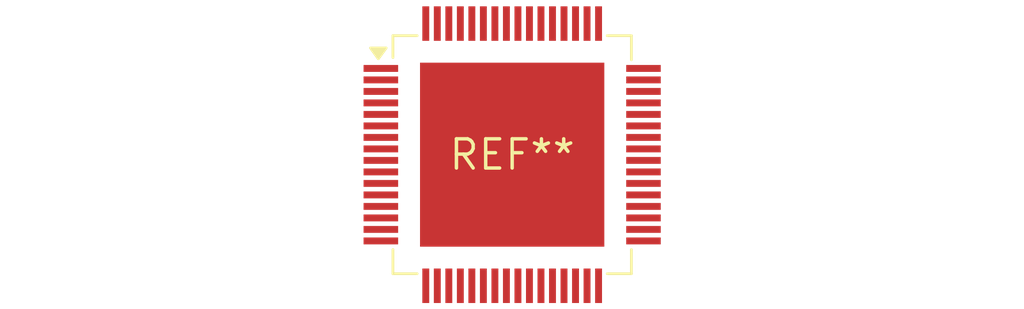
<source format=kicad_pcb>
(kicad_pcb (version 20240108) (generator pcbnew)
  (layers (0 "F.Cu" signal) (31 "B.Cu" signal) (34 "B.Paste" user) (35 "F.Paste" user) (36 "B.SilkS" user "B.Silkscreen") (37 "F.SilkS" user "F.Silkscreen") (38 "B.Mask" user) (39 "F.Mask" user) (44 "Edge.Cuts" user))
  (net 0 "")
  (footprint "HTQFP-64-1EP_10x10mm_P0.5mm_EP8x8mm" (layer "F.Cu") (at 0 0)
    (property "Reference" "REF**")
    (property "Value" "HTQFP-64-1EP_10x10mm_P0.5mm_EP8x8mm")
    (fp_line (start -5.175 -5.175) (end -5.175 -4.225) (layer "F.SilkS") (stroke (width 0.12)))
    (fp_line (start -5.175 -5.175) (end -4.125 -5.175) (layer "F.SilkS") (stroke (width 0.12)))
    (fp_line (start -5.175 5.175) (end -5.175 4.125) (layer "F.SilkS") (stroke (width 0.12)))
    (fp_line (start -5.175 5.175) (end -4.125 5.175) (layer "F.SilkS") (stroke (width 0.12)))
    (fp_line (start 5.175 -5.175) (end 4.125 -5.175) (layer "F.SilkS") (stroke (width 0.12)))
    (fp_line (start 5.175 -5.175) (end 5.175 -4.125) (layer "F.SilkS") (stroke (width 0.12)))
    (fp_line (start 5.175 5.175) (end 4.125 5.175) (layer "F.SilkS") (stroke (width 0.12)))
    (fp_line (start 5.175 5.175) (end 5.175 4.125) (layer "F.SilkS") (stroke (width 0.12)))
    (fp_poly (pts (xy -5.81 -4.17) (xy -6.15 -4.64) (xy -5.47 -4.64) (xy -5.81 -4.17)) (layer "F.SilkS") (stroke (width 0.12)) (fill solid))
    (pad "1" smd rect (at -5.7 -3.75) (size 1.5 0.3) (layers "F.Cu" "F.Paste" "F.Mask"))
    (pad "2" smd rect (at -5.7 -3.25) (size 1.5 0.3) (layers "F.Cu" "F.Paste" "F.Mask"))
    (pad "3" smd rect (at -5.7 -2.75) (size 1.5 0.3) (layers "F.Cu" "F.Paste" "F.Mask"))
    (pad "4" smd rect (at -5.7 -2.25) (size 1.5 0.3) (layers "F.Cu" "F.Paste" "F.Mask"))
    (pad "5" smd rect (at -5.7 -1.75) (size 1.5 0.3) (layers "F.Cu" "F.Paste" "F.Mask"))
    (pad "6" smd rect (at -5.7 -1.25) (size 1.5 0.3) (layers "F.Cu" "F.Paste" "F.Mask"))
    (pad "7" smd rect (at -5.7 -0.75) (size 1.5 0.3) (layers "F.Cu" "F.Paste" "F.Mask"))
    (pad "8" smd rect (at -5.7 -0.25) (size 1.5 0.3) (layers "F.Cu" "F.Paste" "F.Mask"))
    (pad "9" smd rect (at -5.7 0.25) (size 1.5 0.3) (layers "F.Cu" "F.Paste" "F.Mask"))
    (pad "10" smd rect (at -5.7 0.75) (size 1.5 0.3) (layers "F.Cu" "F.Paste" "F.Mask"))
    (pad "11" smd rect (at -5.7 1.25) (size 1.5 0.3) (layers "F.Cu" "F.Paste" "F.Mask"))
    (pad "12" smd rect (at -5.7 1.75) (size 1.5 0.3) (layers "F.Cu" "F.Paste" "F.Mask"))
    (pad "13" smd rect (at -5.7 2.25) (size 1.5 0.3) (layers "F.Cu" "F.Paste" "F.Mask"))
    (pad "14" smd rect (at -5.7 2.75) (size 1.5 0.3) (layers "F.Cu" "F.Paste" "F.Mask"))
    (pad "15" smd rect (at -5.7 3.25) (size 1.5 0.3) (layers "F.Cu" "F.Paste" "F.Mask"))
    (pad "16" smd rect (at -5.7 3.75) (size 1.5 0.3) (layers "F.Cu" "F.Paste" "F.Mask"))
    (pad "17" smd rect (at -3.75 5.7 90) (size 1.5 0.3) (layers "F.Cu" "F.Paste" "F.Mask"))
    (pad "18" smd rect (at -3.25 5.7 90) (size 1.5 0.3) (layers "F.Cu" "F.Paste" "F.Mask"))
    (pad "19" smd rect (at -2.75 5.7 90) (size 1.5 0.3) (layers "F.Cu" "F.Paste" "F.Mask"))
    (pad "20" smd rect (at -2.25 5.7 90) (size 1.5 0.3) (layers "F.Cu" "F.Paste" "F.Mask"))
    (pad "21" smd rect (at -1.75 5.7 90) (size 1.5 0.3) (layers "F.Cu" "F.Paste" "F.Mask"))
    (pad "22" smd rect (at -1.25 5.7 90) (size 1.5 0.3) (layers "F.Cu" "F.Paste" "F.Mask"))
    (pad "23" smd rect (at -0.75 5.7 90) (size 1.5 0.3) (layers "F.Cu" "F.Paste" "F.Mask"))
    (pad "24" smd rect (at -0.25 5.7 90) (size 1.5 0.3) (layers "F.Cu" "F.Paste" "F.Mask"))
    (pad "25" smd rect (at 0.25 5.7 90) (size 1.5 0.3) (layers "F.Cu" "F.Paste" "F.Mask"))
    (pad "26" smd rect (at 0.75 5.7 90) (size 1.5 0.3) (layers "F.Cu" "F.Paste" "F.Mask"))
    (pad "27" smd rect (at 1.25 5.7 90) (size 1.5 0.3) (layers "F.Cu" "F.Paste" "F.Mask"))
    (pad "28" smd rect (at 1.75 5.7 90) (size 1.5 0.3) (layers "F.Cu" "F.Paste" "F.Mask"))
    (pad "29" smd rect (at 2.25 5.7 90) (size 1.5 0.3) (layers "F.Cu" "F.Paste" "F.Mask"))
    (pad "30" smd rect (at 2.75 5.7 90) (size 1.5 0.3) (layers "F.Cu" "F.Paste" "F.Mask"))
    (pad "31" smd rect (at 3.25 5.7 90) (size 1.5 0.3) (layers "F.Cu" "F.Paste" "F.Mask"))
    (pad "32" smd rect (at 3.75 5.7 90) (size 1.5 0.3) (layers "F.Cu" "F.Paste" "F.Mask"))
    (pad "33" smd rect (at 5.7 3.75) (size 1.5 0.3) (layers "F.Cu" "F.Paste" "F.Mask"))
    (pad "34" smd rect (at 5.7 3.25) (size 1.5 0.3) (layers "F.Cu" "F.Paste" "F.Mask"))
    (pad "35" smd rect (at 5.7 2.75) (size 1.5 0.3) (layers "F.Cu" "F.Paste" "F.Mask"))
    (pad "36" smd rect (at 5.7 2.25) (size 1.5 0.3) (layers "F.Cu" "F.Paste" "F.Mask"))
    (pad "37" smd rect (at 5.7 1.75) (size 1.5 0.3) (layers "F.Cu" "F.Paste" "F.Mask"))
    (pad "38" smd rect (at 5.7 1.25) (size 1.5 0.3) (layers "F.Cu" "F.Paste" "F.Mask"))
    (pad "39" smd rect (at 5.7 0.75) (size 1.5 0.3) (layers "F.Cu" "F.Paste" "F.Mask"))
    (pad "40" smd rect (at 5.7 0.25) (size 1.5 0.3) (layers "F.Cu" "F.Paste" "F.Mask"))
    (pad "41" smd rect (at 5.7 -0.25) (size 1.5 0.3) (layers "F.Cu" "F.Paste" "F.Mask"))
    (pad "42" smd rect (at 5.7 -0.75) (size 1.5 0.3) (layers "F.Cu" "F.Paste" "F.Mask"))
    (pad "43" smd rect (at 5.7 -1.25) (size 1.5 0.3) (layers "F.Cu" "F.Paste" "F.Mask"))
    (pad "44" smd rect (at 5.7 -1.75) (size 1.5 0.3) (layers "F.Cu" "F.Paste" "F.Mask"))
    (pad "45" smd rect (at 5.7 -2.25) (size 1.5 0.3) (layers "F.Cu" "F.Paste" "F.Mask"))
    (pad "46" smd rect (at 5.7 -2.75) (size 1.5 0.3) (layers "F.Cu" "F.Paste" "F.Mask"))
    (pad "47" smd rect (at 5.7 -3.25) (size 1.5 0.3) (layers "F.Cu" "F.Paste" "F.Mask"))
    (pad "48" smd rect (at 5.7 -3.75) (size 1.5 0.3) (layers "F.Cu" "F.Paste" "F.Mask"))
    (pad "49" smd rect (at 3.75 -5.7 90) (size 1.5 0.3) (layers "F.Cu" "F.Paste" "F.Mask"))
    (pad "50" smd rect (at 3.25 -5.7 90) (size 1.5 0.3) (layers "F.Cu" "F.Paste" "F.Mask"))
    (pad "51" smd rect (at 2.75 -5.7 90) (size 1.5 0.3) (layers "F.Cu" "F.Paste" "F.Mask"))
    (pad "52" smd rect (at 2.25 -5.7 90) (size 1.5 0.3) (layers "F.Cu" "F.Paste" "F.Mask"))
    (pad "53" smd rect (at 1.75 -5.7 90) (size 1.5 0.3) (layers "F.Cu" "F.Paste" "F.Mask"))
    (pad "54" smd rect (at 1.25 -5.7 90) (size 1.5 0.3) (layers "F.Cu" "F.Paste" "F.Mask"))
    (pad "55" smd rect (at 0.75 -5.7 90) (size 1.5 0.3) (layers "F.Cu" "F.Paste" "F.Mask"))
    (pad "56" smd rect (at 0.25 -5.7 90) (size 1.5 0.3) (layers "F.Cu" "F.Paste" "F.Mask"))
    (pad "57" smd rect (at -0.25 -5.7 90) (size 1.5 0.3) (layers "F.Cu" "F.Paste" "F.Mask"))
    (pad "58" smd rect (at -0.75 -5.7 90) (size 1.5 0.3) (layers "F.Cu" "F.Paste" "F.Mask"))
    (pad "59" smd rect (at -1.25 -5.7 90) (size 1.5 0.3) (layers "F.Cu" "F.Paste" "F.Mask"))
    (pad "60" smd rect (at -1.75 -5.7 90) (size 1.5 0.3) (layers "F.Cu" "F.Paste" "F.Mask"))
    (pad "61" smd rect (at -2.25 -5.7 90) (size 1.5 0.3) (layers "F.Cu" "F.Paste" "F.Mask"))
    (pad "62" smd rect (at -2.75 -5.7 90) (size 1.5 0.3) (layers "F.Cu" "F.Paste" "F.Mask"))
    (pad "63" smd rect (at -3.25 -5.7 90) (size 1.5 0.3) (layers "F.Cu" "F.Paste" "F.Mask"))
    (pad "64" smd rect (at -3.75 -5.7 90) (size 1.5 0.3) (layers "F.Cu" "F.Paste" "F.Mask"))
    (pad "65" smd rect (at 0 0 180) (size 8 8) (layers "F.Cu" "F.Mask"))
  )
)
</source>
